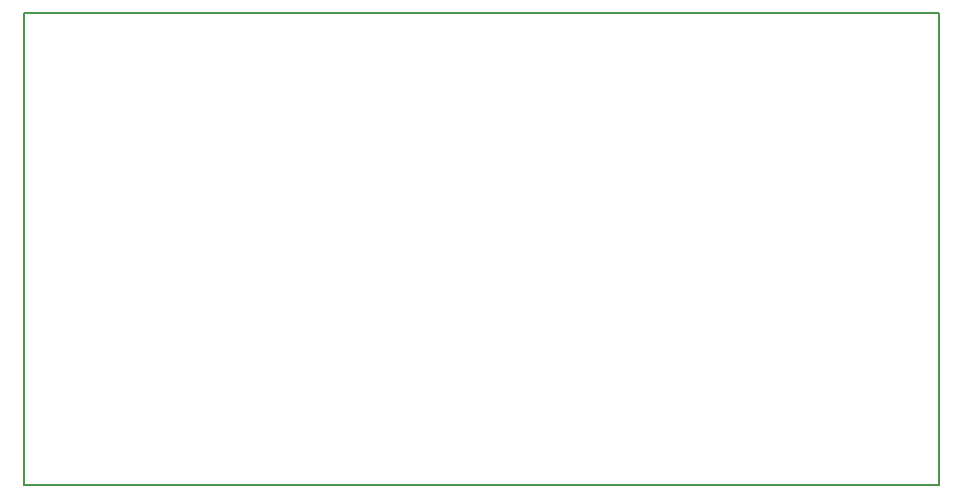
<source format=gbr>
G04 #@! TF.GenerationSoftware,KiCad,Pcbnew,5.0.2+dfsg1-1*
G04 #@! TF.CreationDate,2019-10-10T10:00:05+02:00*
G04 #@! TF.ProjectId,BEE,4245452e-6b69-4636-9164-5f7063625858,rev?*
G04 #@! TF.SameCoordinates,Original*
G04 #@! TF.FileFunction,Profile,NP*
%FSLAX46Y46*%
G04 Gerber Fmt 4.6, Leading zero omitted, Abs format (unit mm)*
G04 Created by KiCad (PCBNEW 5.0.2+dfsg1-1) date Thu 10 Oct 2019 10:00:05 AM CEST*
%MOMM*%
%LPD*%
G01*
G04 APERTURE LIST*
%ADD10C,0.150000*%
G04 APERTURE END LIST*
D10*
X96500000Y-120000000D02*
X174000000Y-120000000D01*
X174000000Y-80000000D02*
X174000000Y-120000000D01*
X96500000Y-80000000D02*
X174000000Y-80000000D01*
X96500000Y-80000000D02*
X96500000Y-120000000D01*
M02*

</source>
